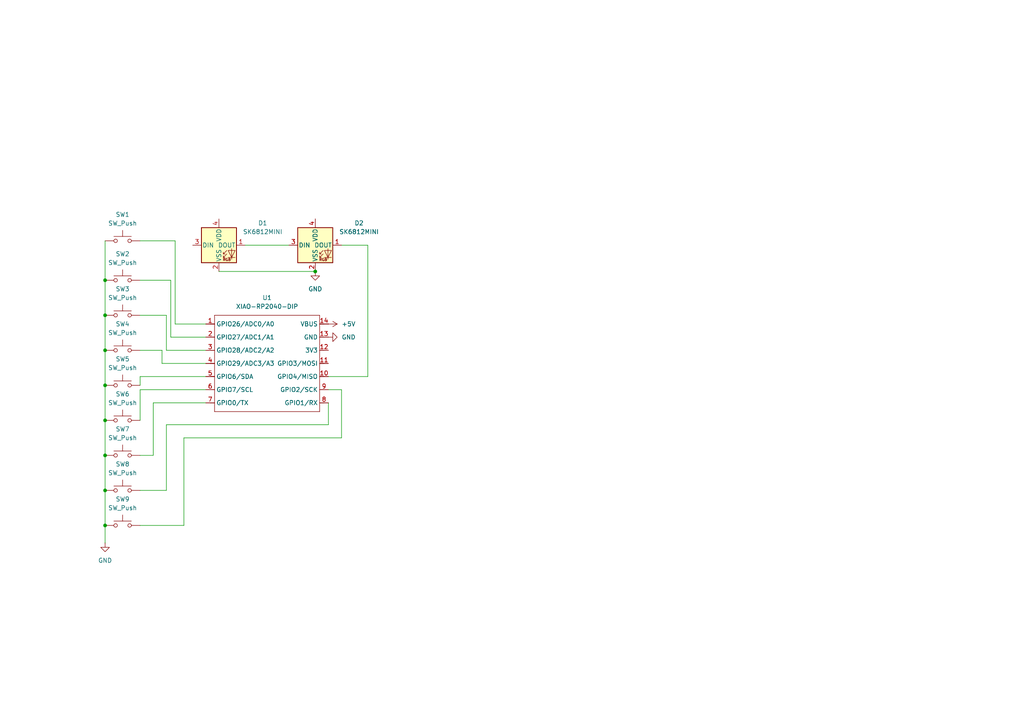
<source format=kicad_sch>
(kicad_sch
	(version 20250114)
	(generator "eeschema")
	(generator_version "9.0")
	(uuid "6b56bd29-7d2a-4c03-99e3-559642fef0c3")
	(paper "A4")
	(lib_symbols
		(symbol "LED:SK6812MINI"
			(pin_names
				(offset 0.254)
			)
			(exclude_from_sim no)
			(in_bom yes)
			(on_board yes)
			(property "Reference" "D"
				(at 5.08 5.715 0)
				(effects
					(font
						(size 1.27 1.27)
					)
					(justify right bottom)
				)
			)
			(property "Value" "SK6812MINI"
				(at 1.27 -5.715 0)
				(effects
					(font
						(size 1.27 1.27)
					)
					(justify left top)
				)
			)
			(property "Footprint" "LED_SMD:LED_SK6812MINI_PLCC4_3.5x3.5mm_P1.75mm"
				(at 1.27 -7.62 0)
				(effects
					(font
						(size 1.27 1.27)
					)
					(justify left top)
					(hide yes)
				)
			)
			(property "Datasheet" "https://cdn-shop.adafruit.com/product-files/2686/SK6812MINI_REV.01-1-2.pdf"
				(at 2.54 -9.525 0)
				(effects
					(font
						(size 1.27 1.27)
					)
					(justify left top)
					(hide yes)
				)
			)
			(property "Description" "RGB LED with integrated controller"
				(at 0 0 0)
				(effects
					(font
						(size 1.27 1.27)
					)
					(hide yes)
				)
			)
			(property "ki_keywords" "RGB LED NeoPixel Mini addressable"
				(at 0 0 0)
				(effects
					(font
						(size 1.27 1.27)
					)
					(hide yes)
				)
			)
			(property "ki_fp_filters" "LED*SK6812MINI*PLCC*3.5x3.5mm*P1.75mm*"
				(at 0 0 0)
				(effects
					(font
						(size 1.27 1.27)
					)
					(hide yes)
				)
			)
			(symbol "SK6812MINI_0_0"
				(text "RGB"
					(at 2.286 -4.191 0)
					(effects
						(font
							(size 0.762 0.762)
						)
					)
				)
			)
			(symbol "SK6812MINI_0_1"
				(polyline
					(pts
						(xy 1.27 -2.54) (xy 1.778 -2.54)
					)
					(stroke
						(width 0)
						(type default)
					)
					(fill
						(type none)
					)
				)
				(polyline
					(pts
						(xy 1.27 -3.556) (xy 1.778 -3.556)
					)
					(stroke
						(width 0)
						(type default)
					)
					(fill
						(type none)
					)
				)
				(polyline
					(pts
						(xy 2.286 -1.524) (xy 1.27 -2.54) (xy 1.27 -2.032)
					)
					(stroke
						(width 0)
						(type default)
					)
					(fill
						(type none)
					)
				)
				(polyline
					(pts
						(xy 2.286 -2.54) (xy 1.27 -3.556) (xy 1.27 -3.048)
					)
					(stroke
						(width 0)
						(type default)
					)
					(fill
						(type none)
					)
				)
				(polyline
					(pts
						(xy 3.683 -1.016) (xy 3.683 -3.556) (xy 3.683 -4.064)
					)
					(stroke
						(width 0)
						(type default)
					)
					(fill
						(type none)
					)
				)
				(polyline
					(pts
						(xy 4.699 -1.524) (xy 2.667 -1.524) (xy 3.683 -3.556) (xy 4.699 -1.524)
					)
					(stroke
						(width 0)
						(type default)
					)
					(fill
						(type none)
					)
				)
				(polyline
					(pts
						(xy 4.699 -3.556) (xy 2.667 -3.556)
					)
					(stroke
						(width 0)
						(type default)
					)
					(fill
						(type none)
					)
				)
				(rectangle
					(start 5.08 5.08)
					(end -5.08 -5.08)
					(stroke
						(width 0.254)
						(type default)
					)
					(fill
						(type background)
					)
				)
			)
			(symbol "SK6812MINI_1_1"
				(pin input line
					(at -7.62 0 0)
					(length 2.54)
					(name "DIN"
						(effects
							(font
								(size 1.27 1.27)
							)
						)
					)
					(number "3"
						(effects
							(font
								(size 1.27 1.27)
							)
						)
					)
				)
				(pin power_in line
					(at 0 7.62 270)
					(length 2.54)
					(name "VDD"
						(effects
							(font
								(size 1.27 1.27)
							)
						)
					)
					(number "4"
						(effects
							(font
								(size 1.27 1.27)
							)
						)
					)
				)
				(pin power_in line
					(at 0 -7.62 90)
					(length 2.54)
					(name "VSS"
						(effects
							(font
								(size 1.27 1.27)
							)
						)
					)
					(number "2"
						(effects
							(font
								(size 1.27 1.27)
							)
						)
					)
				)
				(pin output line
					(at 7.62 0 180)
					(length 2.54)
					(name "DOUT"
						(effects
							(font
								(size 1.27 1.27)
							)
						)
					)
					(number "1"
						(effects
							(font
								(size 1.27 1.27)
							)
						)
					)
				)
			)
			(embedded_fonts no)
		)
		(symbol "OPL:XIAO-RP2040-DIP"
			(exclude_from_sim no)
			(in_bom yes)
			(on_board yes)
			(property "Reference" "U"
				(at 0 0 0)
				(effects
					(font
						(size 1.27 1.27)
					)
				)
			)
			(property "Value" "XIAO-RP2040-DIP"
				(at 5.334 -1.778 0)
				(effects
					(font
						(size 1.27 1.27)
					)
				)
			)
			(property "Footprint" "Module:MOUDLE14P-XIAO-DIP-SMD"
				(at 14.478 -32.258 0)
				(effects
					(font
						(size 1.27 1.27)
					)
					(hide yes)
				)
			)
			(property "Datasheet" ""
				(at 0 0 0)
				(effects
					(font
						(size 1.27 1.27)
					)
					(hide yes)
				)
			)
			(property "Description" ""
				(at 0 0 0)
				(effects
					(font
						(size 1.27 1.27)
					)
					(hide yes)
				)
			)
			(symbol "XIAO-RP2040-DIP_1_0"
				(polyline
					(pts
						(xy -1.27 -2.54) (xy 29.21 -2.54)
					)
					(stroke
						(width 0.1524)
						(type solid)
					)
					(fill
						(type none)
					)
				)
				(polyline
					(pts
						(xy -1.27 -5.08) (xy -2.54 -5.08)
					)
					(stroke
						(width 0.1524)
						(type solid)
					)
					(fill
						(type none)
					)
				)
				(polyline
					(pts
						(xy -1.27 -5.08) (xy -1.27 -2.54)
					)
					(stroke
						(width 0.1524)
						(type solid)
					)
					(fill
						(type none)
					)
				)
				(polyline
					(pts
						(xy -1.27 -8.89) (xy -2.54 -8.89)
					)
					(stroke
						(width 0.1524)
						(type solid)
					)
					(fill
						(type none)
					)
				)
				(polyline
					(pts
						(xy -1.27 -8.89) (xy -1.27 -5.08)
					)
					(stroke
						(width 0.1524)
						(type solid)
					)
					(fill
						(type none)
					)
				)
				(polyline
					(pts
						(xy -1.27 -12.7) (xy -2.54 -12.7)
					)
					(stroke
						(width 0.1524)
						(type solid)
					)
					(fill
						(type none)
					)
				)
				(polyline
					(pts
						(xy -1.27 -12.7) (xy -1.27 -8.89)
					)
					(stroke
						(width 0.1524)
						(type solid)
					)
					(fill
						(type none)
					)
				)
				(polyline
					(pts
						(xy -1.27 -16.51) (xy -2.54 -16.51)
					)
					(stroke
						(width 0.1524)
						(type solid)
					)
					(fill
						(type none)
					)
				)
				(polyline
					(pts
						(xy -1.27 -16.51) (xy -1.27 -12.7)
					)
					(stroke
						(width 0.1524)
						(type solid)
					)
					(fill
						(type none)
					)
				)
				(polyline
					(pts
						(xy -1.27 -20.32) (xy -2.54 -20.32)
					)
					(stroke
						(width 0.1524)
						(type solid)
					)
					(fill
						(type none)
					)
				)
				(polyline
					(pts
						(xy -1.27 -24.13) (xy -2.54 -24.13)
					)
					(stroke
						(width 0.1524)
						(type solid)
					)
					(fill
						(type none)
					)
				)
				(polyline
					(pts
						(xy -1.27 -27.94) (xy -2.54 -27.94)
					)
					(stroke
						(width 0.1524)
						(type solid)
					)
					(fill
						(type none)
					)
				)
				(polyline
					(pts
						(xy -1.27 -30.48) (xy -1.27 -16.51)
					)
					(stroke
						(width 0.1524)
						(type solid)
					)
					(fill
						(type none)
					)
				)
				(polyline
					(pts
						(xy 29.21 -2.54) (xy 29.21 -5.08)
					)
					(stroke
						(width 0.1524)
						(type solid)
					)
					(fill
						(type none)
					)
				)
				(polyline
					(pts
						(xy 29.21 -5.08) (xy 29.21 -8.89)
					)
					(stroke
						(width 0.1524)
						(type solid)
					)
					(fill
						(type none)
					)
				)
				(polyline
					(pts
						(xy 29.21 -8.89) (xy 29.21 -12.7)
					)
					(stroke
						(width 0.1524)
						(type solid)
					)
					(fill
						(type none)
					)
				)
				(polyline
					(pts
						(xy 29.21 -12.7) (xy 29.21 -30.48)
					)
					(stroke
						(width 0.1524)
						(type solid)
					)
					(fill
						(type none)
					)
				)
				(polyline
					(pts
						(xy 29.21 -30.48) (xy -1.27 -30.48)
					)
					(stroke
						(width 0.1524)
						(type solid)
					)
					(fill
						(type none)
					)
				)
				(polyline
					(pts
						(xy 30.48 -5.08) (xy 29.21 -5.08)
					)
					(stroke
						(width 0.1524)
						(type solid)
					)
					(fill
						(type none)
					)
				)
				(polyline
					(pts
						(xy 30.48 -8.89) (xy 29.21 -8.89)
					)
					(stroke
						(width 0.1524)
						(type solid)
					)
					(fill
						(type none)
					)
				)
				(polyline
					(pts
						(xy 30.48 -12.7) (xy 29.21 -12.7)
					)
					(stroke
						(width 0.1524)
						(type solid)
					)
					(fill
						(type none)
					)
				)
				(polyline
					(pts
						(xy 30.48 -16.51) (xy 29.21 -16.51)
					)
					(stroke
						(width 0.1524)
						(type solid)
					)
					(fill
						(type none)
					)
				)
				(polyline
					(pts
						(xy 30.48 -20.32) (xy 29.21 -20.32)
					)
					(stroke
						(width 0.1524)
						(type solid)
					)
					(fill
						(type none)
					)
				)
				(polyline
					(pts
						(xy 30.48 -24.13) (xy 29.21 -24.13)
					)
					(stroke
						(width 0.1524)
						(type solid)
					)
					(fill
						(type none)
					)
				)
				(polyline
					(pts
						(xy 30.48 -27.94) (xy 29.21 -27.94)
					)
					(stroke
						(width 0.1524)
						(type solid)
					)
					(fill
						(type none)
					)
				)
				(pin passive line
					(at -3.81 -5.08 0)
					(length 2.54)
					(name "GPIO26/ADC0/A0"
						(effects
							(font
								(size 1.27 1.27)
							)
						)
					)
					(number "1"
						(effects
							(font
								(size 1.27 1.27)
							)
						)
					)
				)
				(pin passive line
					(at -3.81 -8.89 0)
					(length 2.54)
					(name "GPIO27/ADC1/A1"
						(effects
							(font
								(size 1.27 1.27)
							)
						)
					)
					(number "2"
						(effects
							(font
								(size 1.27 1.27)
							)
						)
					)
				)
				(pin passive line
					(at -3.81 -12.7 0)
					(length 2.54)
					(name "GPIO28/ADC2/A2"
						(effects
							(font
								(size 1.27 1.27)
							)
						)
					)
					(number "3"
						(effects
							(font
								(size 1.27 1.27)
							)
						)
					)
				)
				(pin passive line
					(at -3.81 -16.51 0)
					(length 2.54)
					(name "GPIO29/ADC3/A3"
						(effects
							(font
								(size 1.27 1.27)
							)
						)
					)
					(number "4"
						(effects
							(font
								(size 1.27 1.27)
							)
						)
					)
				)
				(pin passive line
					(at -3.81 -20.32 0)
					(length 2.54)
					(name "GPIO6/SDA"
						(effects
							(font
								(size 1.27 1.27)
							)
						)
					)
					(number "5"
						(effects
							(font
								(size 1.27 1.27)
							)
						)
					)
				)
				(pin passive line
					(at -3.81 -24.13 0)
					(length 2.54)
					(name "GPIO7/SCL"
						(effects
							(font
								(size 1.27 1.27)
							)
						)
					)
					(number "6"
						(effects
							(font
								(size 1.27 1.27)
							)
						)
					)
				)
				(pin passive line
					(at -3.81 -27.94 0)
					(length 2.54)
					(name "GPIO0/TX"
						(effects
							(font
								(size 1.27 1.27)
							)
						)
					)
					(number "7"
						(effects
							(font
								(size 1.27 1.27)
							)
						)
					)
				)
				(pin passive line
					(at 31.75 -5.08 180)
					(length 2.54)
					(name "VBUS"
						(effects
							(font
								(size 1.27 1.27)
							)
						)
					)
					(number "14"
						(effects
							(font
								(size 1.27 1.27)
							)
						)
					)
				)
				(pin passive line
					(at 31.75 -8.89 180)
					(length 2.54)
					(name "GND"
						(effects
							(font
								(size 1.27 1.27)
							)
						)
					)
					(number "13"
						(effects
							(font
								(size 1.27 1.27)
							)
						)
					)
				)
				(pin passive line
					(at 31.75 -12.7 180)
					(length 2.54)
					(name "3V3"
						(effects
							(font
								(size 1.27 1.27)
							)
						)
					)
					(number "12"
						(effects
							(font
								(size 1.27 1.27)
							)
						)
					)
				)
				(pin passive line
					(at 31.75 -16.51 180)
					(length 2.54)
					(name "GPIO3/MOSI"
						(effects
							(font
								(size 1.27 1.27)
							)
						)
					)
					(number "11"
						(effects
							(font
								(size 1.27 1.27)
							)
						)
					)
				)
				(pin passive line
					(at 31.75 -20.32 180)
					(length 2.54)
					(name "GPIO4/MISO"
						(effects
							(font
								(size 1.27 1.27)
							)
						)
					)
					(number "10"
						(effects
							(font
								(size 1.27 1.27)
							)
						)
					)
				)
				(pin passive line
					(at 31.75 -24.13 180)
					(length 2.54)
					(name "GPIO2/SCK"
						(effects
							(font
								(size 1.27 1.27)
							)
						)
					)
					(number "9"
						(effects
							(font
								(size 1.27 1.27)
							)
						)
					)
				)
				(pin passive line
					(at 31.75 -27.94 180)
					(length 2.54)
					(name "GPIO1/RX"
						(effects
							(font
								(size 1.27 1.27)
							)
						)
					)
					(number "8"
						(effects
							(font
								(size 1.27 1.27)
							)
						)
					)
				)
			)
			(embedded_fonts no)
		)
		(symbol "Switch:SW_Push"
			(pin_numbers
				(hide yes)
			)
			(pin_names
				(offset 1.016)
				(hide yes)
			)
			(exclude_from_sim no)
			(in_bom yes)
			(on_board yes)
			(property "Reference" "SW"
				(at 1.27 2.54 0)
				(effects
					(font
						(size 1.27 1.27)
					)
					(justify left)
				)
			)
			(property "Value" "SW_Push"
				(at 0 -1.524 0)
				(effects
					(font
						(size 1.27 1.27)
					)
				)
			)
			(property "Footprint" ""
				(at 0 5.08 0)
				(effects
					(font
						(size 1.27 1.27)
					)
					(hide yes)
				)
			)
			(property "Datasheet" "~"
				(at 0 5.08 0)
				(effects
					(font
						(size 1.27 1.27)
					)
					(hide yes)
				)
			)
			(property "Description" "Push button switch, generic, two pins"
				(at 0 0 0)
				(effects
					(font
						(size 1.27 1.27)
					)
					(hide yes)
				)
			)
			(property "ki_keywords" "switch normally-open pushbutton push-button"
				(at 0 0 0)
				(effects
					(font
						(size 1.27 1.27)
					)
					(hide yes)
				)
			)
			(symbol "SW_Push_0_1"
				(circle
					(center -2.032 0)
					(radius 0.508)
					(stroke
						(width 0)
						(type default)
					)
					(fill
						(type none)
					)
				)
				(polyline
					(pts
						(xy 0 1.27) (xy 0 3.048)
					)
					(stroke
						(width 0)
						(type default)
					)
					(fill
						(type none)
					)
				)
				(circle
					(center 2.032 0)
					(radius 0.508)
					(stroke
						(width 0)
						(type default)
					)
					(fill
						(type none)
					)
				)
				(polyline
					(pts
						(xy 2.54 1.27) (xy -2.54 1.27)
					)
					(stroke
						(width 0)
						(type default)
					)
					(fill
						(type none)
					)
				)
				(pin passive line
					(at -5.08 0 0)
					(length 2.54)
					(name "1"
						(effects
							(font
								(size 1.27 1.27)
							)
						)
					)
					(number "1"
						(effects
							(font
								(size 1.27 1.27)
							)
						)
					)
				)
				(pin passive line
					(at 5.08 0 180)
					(length 2.54)
					(name "2"
						(effects
							(font
								(size 1.27 1.27)
							)
						)
					)
					(number "2"
						(effects
							(font
								(size 1.27 1.27)
							)
						)
					)
				)
			)
			(embedded_fonts no)
		)
		(symbol "power:+5V"
			(power)
			(pin_numbers
				(hide yes)
			)
			(pin_names
				(offset 0)
				(hide yes)
			)
			(exclude_from_sim no)
			(in_bom yes)
			(on_board yes)
			(property "Reference" "#PWR"
				(at 0 -3.81 0)
				(effects
					(font
						(size 1.27 1.27)
					)
					(hide yes)
				)
			)
			(property "Value" "+5V"
				(at 0 3.556 0)
				(effects
					(font
						(size 1.27 1.27)
					)
				)
			)
			(property "Footprint" ""
				(at 0 0 0)
				(effects
					(font
						(size 1.27 1.27)
					)
					(hide yes)
				)
			)
			(property "Datasheet" ""
				(at 0 0 0)
				(effects
					(font
						(size 1.27 1.27)
					)
					(hide yes)
				)
			)
			(property "Description" "Power symbol creates a global label with name \"+5V\""
				(at 0 0 0)
				(effects
					(font
						(size 1.27 1.27)
					)
					(hide yes)
				)
			)
			(property "ki_keywords" "global power"
				(at 0 0 0)
				(effects
					(font
						(size 1.27 1.27)
					)
					(hide yes)
				)
			)
			(symbol "+5V_0_1"
				(polyline
					(pts
						(xy -0.762 1.27) (xy 0 2.54)
					)
					(stroke
						(width 0)
						(type default)
					)
					(fill
						(type none)
					)
				)
				(polyline
					(pts
						(xy 0 2.54) (xy 0.762 1.27)
					)
					(stroke
						(width 0)
						(type default)
					)
					(fill
						(type none)
					)
				)
				(polyline
					(pts
						(xy 0 0) (xy 0 2.54)
					)
					(stroke
						(width 0)
						(type default)
					)
					(fill
						(type none)
					)
				)
			)
			(symbol "+5V_1_1"
				(pin power_in line
					(at 0 0 90)
					(length 0)
					(name "~"
						(effects
							(font
								(size 1.27 1.27)
							)
						)
					)
					(number "1"
						(effects
							(font
								(size 1.27 1.27)
							)
						)
					)
				)
			)
			(embedded_fonts no)
		)
		(symbol "power:GND"
			(power)
			(pin_numbers
				(hide yes)
			)
			(pin_names
				(offset 0)
				(hide yes)
			)
			(exclude_from_sim no)
			(in_bom yes)
			(on_board yes)
			(property "Reference" "#PWR"
				(at 0 -6.35 0)
				(effects
					(font
						(size 1.27 1.27)
					)
					(hide yes)
				)
			)
			(property "Value" "GND"
				(at 0 -3.81 0)
				(effects
					(font
						(size 1.27 1.27)
					)
				)
			)
			(property "Footprint" ""
				(at 0 0 0)
				(effects
					(font
						(size 1.27 1.27)
					)
					(hide yes)
				)
			)
			(property "Datasheet" ""
				(at 0 0 0)
				(effects
					(font
						(size 1.27 1.27)
					)
					(hide yes)
				)
			)
			(property "Description" "Power symbol creates a global label with name \"GND\" , ground"
				(at 0 0 0)
				(effects
					(font
						(size 1.27 1.27)
					)
					(hide yes)
				)
			)
			(property "ki_keywords" "global power"
				(at 0 0 0)
				(effects
					(font
						(size 1.27 1.27)
					)
					(hide yes)
				)
			)
			(symbol "GND_0_1"
				(polyline
					(pts
						(xy 0 0) (xy 0 -1.27) (xy 1.27 -1.27) (xy 0 -2.54) (xy -1.27 -1.27) (xy 0 -1.27)
					)
					(stroke
						(width 0)
						(type default)
					)
					(fill
						(type none)
					)
				)
			)
			(symbol "GND_1_1"
				(pin power_in line
					(at 0 0 270)
					(length 0)
					(name "~"
						(effects
							(font
								(size 1.27 1.27)
							)
						)
					)
					(number "1"
						(effects
							(font
								(size 1.27 1.27)
							)
						)
					)
				)
			)
			(embedded_fonts no)
		)
	)
	(junction
		(at 30.48 81.28)
		(diameter 0)
		(color 0 0 0 0)
		(uuid "18252216-531e-4594-a202-8553b84e5edb")
	)
	(junction
		(at 30.48 111.76)
		(diameter 0)
		(color 0 0 0 0)
		(uuid "21b770d3-8e77-406f-bb05-1673bf2eba19")
	)
	(junction
		(at 30.48 152.4)
		(diameter 0)
		(color 0 0 0 0)
		(uuid "22da4e01-0efd-4c3b-a14d-f3c82f5a820d")
	)
	(junction
		(at 30.48 132.08)
		(diameter 0)
		(color 0 0 0 0)
		(uuid "4a2c71d7-bbee-4453-8b82-756ebb3d7565")
	)
	(junction
		(at 91.44 78.74)
		(diameter 0)
		(color 0 0 0 0)
		(uuid "655ef639-0a51-4d09-9acc-11031b2fc88e")
	)
	(junction
		(at 30.48 121.92)
		(diameter 0)
		(color 0 0 0 0)
		(uuid "b6f752fd-283b-407b-a283-359bbae77f52")
	)
	(junction
		(at 30.48 142.24)
		(diameter 0)
		(color 0 0 0 0)
		(uuid "b78465dd-0a34-4540-8021-a33369931872")
	)
	(junction
		(at 30.48 101.6)
		(diameter 0)
		(color 0 0 0 0)
		(uuid "b9ec3424-268d-46f0-a5d5-a433a0b463ed")
	)
	(junction
		(at 30.48 91.44)
		(diameter 0)
		(color 0 0 0 0)
		(uuid "e816761a-0877-4566-8e70-7ffb84d0cad9")
	)
	(wire
		(pts
			(xy 40.64 113.03) (xy 59.69 113.03)
		)
		(stroke
			(width 0)
			(type default)
		)
		(uuid "0b2b15e2-1ea8-4fe7-a8ac-033f97800250")
	)
	(wire
		(pts
			(xy 106.68 109.22) (xy 95.25 109.22)
		)
		(stroke
			(width 0)
			(type default)
		)
		(uuid "22db8677-612a-45fb-a54a-9efd4931d3a4")
	)
	(wire
		(pts
			(xy 30.48 69.85) (xy 30.48 81.28)
		)
		(stroke
			(width 0)
			(type default)
		)
		(uuid "278c180a-001d-424c-91d8-416df99e1469")
	)
	(wire
		(pts
			(xy 46.99 101.6) (xy 46.99 105.41)
		)
		(stroke
			(width 0)
			(type default)
		)
		(uuid "2a7f8884-6a01-48f0-8cb1-201131648ac6")
	)
	(wire
		(pts
			(xy 30.48 81.28) (xy 30.48 91.44)
		)
		(stroke
			(width 0)
			(type default)
		)
		(uuid "2cb336ca-660e-4150-bd35-6478b1fb9131")
	)
	(wire
		(pts
			(xy 49.53 81.28) (xy 40.64 81.28)
		)
		(stroke
			(width 0)
			(type default)
		)
		(uuid "3aec0a92-e38c-4119-b6d2-bf3dc99d4f9f")
	)
	(wire
		(pts
			(xy 30.48 91.44) (xy 30.48 101.6)
		)
		(stroke
			(width 0)
			(type default)
		)
		(uuid "3b65e223-80f2-4cb0-855a-b51ccdff2a3e")
	)
	(wire
		(pts
			(xy 71.12 71.12) (xy 83.82 71.12)
		)
		(stroke
			(width 0)
			(type default)
		)
		(uuid "3d9e6495-0f90-4d50-87e3-389a98536216")
	)
	(wire
		(pts
			(xy 53.34 127) (xy 99.06 127)
		)
		(stroke
			(width 0)
			(type default)
		)
		(uuid "3f345e55-26f6-4c44-8eaa-cbda51545a5a")
	)
	(wire
		(pts
			(xy 40.64 152.4) (xy 53.34 152.4)
		)
		(stroke
			(width 0)
			(type default)
		)
		(uuid "433c4793-311b-4a80-92a6-48a7b15f9ef8")
	)
	(wire
		(pts
			(xy 30.48 111.76) (xy 30.48 121.92)
		)
		(stroke
			(width 0)
			(type default)
		)
		(uuid "44a41cc3-fd79-4d04-85d8-c76df9c99b36")
	)
	(wire
		(pts
			(xy 48.26 91.44) (xy 48.26 101.6)
		)
		(stroke
			(width 0)
			(type default)
		)
		(uuid "476fd050-1364-44df-9184-d5f6d16309f6")
	)
	(wire
		(pts
			(xy 30.48 121.92) (xy 30.48 132.08)
		)
		(stroke
			(width 0)
			(type default)
		)
		(uuid "4d82045c-9a24-4317-82f5-ee45a6a2a359")
	)
	(wire
		(pts
			(xy 53.34 152.4) (xy 53.34 127)
		)
		(stroke
			(width 0)
			(type default)
		)
		(uuid "5661cf89-022e-47eb-b03f-c6958cb4b707")
	)
	(wire
		(pts
			(xy 44.45 132.08) (xy 44.45 116.84)
		)
		(stroke
			(width 0)
			(type default)
		)
		(uuid "5909469c-a46b-4b2d-b2f1-3a4e9851723c")
	)
	(wire
		(pts
			(xy 46.99 105.41) (xy 59.69 105.41)
		)
		(stroke
			(width 0)
			(type default)
		)
		(uuid "5c5e53b9-5a53-43d2-a137-39b3667b6711")
	)
	(wire
		(pts
			(xy 63.5 78.74) (xy 91.44 78.74)
		)
		(stroke
			(width 0)
			(type default)
		)
		(uuid "6240e573-b309-416f-90fe-2f4d405d3970")
	)
	(wire
		(pts
			(xy 40.64 91.44) (xy 48.26 91.44)
		)
		(stroke
			(width 0)
			(type default)
		)
		(uuid "65bd60ac-20ca-4496-bc7a-714f81be7866")
	)
	(wire
		(pts
			(xy 30.48 142.24) (xy 30.48 152.4)
		)
		(stroke
			(width 0)
			(type default)
		)
		(uuid "742fa131-a8ac-46db-80bb-97964468fcce")
	)
	(wire
		(pts
			(xy 50.8 69.85) (xy 50.8 93.98)
		)
		(stroke
			(width 0)
			(type default)
		)
		(uuid "7b8cb3f9-ce33-4509-8be5-f4fee71d96a7")
	)
	(wire
		(pts
			(xy 40.64 101.6) (xy 46.99 101.6)
		)
		(stroke
			(width 0)
			(type default)
		)
		(uuid "7e057ada-0664-4b6f-9923-0fe47cd2025a")
	)
	(wire
		(pts
			(xy 30.48 132.08) (xy 30.48 142.24)
		)
		(stroke
			(width 0)
			(type default)
		)
		(uuid "7e059bdc-6ca0-4e4a-8e3e-c76eb5bd9f49")
	)
	(wire
		(pts
			(xy 44.45 116.84) (xy 59.69 116.84)
		)
		(stroke
			(width 0)
			(type default)
		)
		(uuid "7e36bd7a-5403-402a-8db0-c7ade6452f3c")
	)
	(wire
		(pts
			(xy 99.06 71.12) (xy 106.68 71.12)
		)
		(stroke
			(width 0)
			(type default)
		)
		(uuid "a06ce0c8-4b22-4010-9a38-6e7b8d4e64d7")
	)
	(wire
		(pts
			(xy 49.53 97.79) (xy 49.53 81.28)
		)
		(stroke
			(width 0)
			(type default)
		)
		(uuid "a19e9fe2-5a7f-418c-80c8-e8dcd095f4d3")
	)
	(wire
		(pts
			(xy 48.26 101.6) (xy 59.69 101.6)
		)
		(stroke
			(width 0)
			(type default)
		)
		(uuid "a5680256-c47e-43d8-8339-72ae3875eabc")
	)
	(wire
		(pts
			(xy 50.8 93.98) (xy 59.69 93.98)
		)
		(stroke
			(width 0)
			(type default)
		)
		(uuid "b2be753b-c468-4d68-8519-19504fdfc827")
	)
	(wire
		(pts
			(xy 40.64 121.92) (xy 40.64 113.03)
		)
		(stroke
			(width 0)
			(type default)
		)
		(uuid "b3ae7894-7ff9-439f-9389-c8f932526284")
	)
	(wire
		(pts
			(xy 95.25 123.19) (xy 48.26 123.19)
		)
		(stroke
			(width 0)
			(type default)
		)
		(uuid "b629741f-b926-4dd7-8f51-a3669e4c73b2")
	)
	(wire
		(pts
			(xy 30.48 152.4) (xy 30.48 157.48)
		)
		(stroke
			(width 0)
			(type default)
		)
		(uuid "b761fd80-a388-46e3-b245-815fd8ee9c67")
	)
	(wire
		(pts
			(xy 95.25 116.84) (xy 95.25 123.19)
		)
		(stroke
			(width 0)
			(type default)
		)
		(uuid "bb114c2a-21a1-494f-bed8-b5e337e1e302")
	)
	(wire
		(pts
			(xy 99.06 113.03) (xy 95.25 113.03)
		)
		(stroke
			(width 0)
			(type default)
		)
		(uuid "c25c513e-c7a8-4620-b1be-e6e2289fa8a0")
	)
	(wire
		(pts
			(xy 59.69 97.79) (xy 49.53 97.79)
		)
		(stroke
			(width 0)
			(type default)
		)
		(uuid "cccdbdcf-4674-4c84-9894-d227f1a2304a")
	)
	(wire
		(pts
			(xy 99.06 127) (xy 99.06 113.03)
		)
		(stroke
			(width 0)
			(type default)
		)
		(uuid "d155c678-1f8f-461a-b5ed-1516e667042a")
	)
	(wire
		(pts
			(xy 40.64 132.08) (xy 44.45 132.08)
		)
		(stroke
			(width 0)
			(type default)
		)
		(uuid "d8a8af95-64c8-4ec4-b40e-87695131c951")
	)
	(wire
		(pts
			(xy 40.64 111.76) (xy 40.64 109.22)
		)
		(stroke
			(width 0)
			(type default)
		)
		(uuid "de6b9e4c-a714-488f-a270-aff7bf1bae8e")
	)
	(wire
		(pts
			(xy 40.64 109.22) (xy 59.69 109.22)
		)
		(stroke
			(width 0)
			(type default)
		)
		(uuid "e05eb4fa-4c9e-42cd-b6d0-4aa1b36a9ccc")
	)
	(wire
		(pts
			(xy 48.26 123.19) (xy 48.26 142.24)
		)
		(stroke
			(width 0)
			(type default)
		)
		(uuid "e12a9421-bf5d-4170-a1e9-f251ac636b8d")
	)
	(wire
		(pts
			(xy 40.64 69.85) (xy 50.8 69.85)
		)
		(stroke
			(width 0)
			(type default)
		)
		(uuid "e6ae67c0-525c-469f-a7df-375cd50ffc8e")
	)
	(wire
		(pts
			(xy 48.26 142.24) (xy 40.64 142.24)
		)
		(stroke
			(width 0)
			(type default)
		)
		(uuid "ea32dc06-288d-44a9-81ba-2e00551ac0f9")
	)
	(wire
		(pts
			(xy 106.68 71.12) (xy 106.68 109.22)
		)
		(stroke
			(width 0)
			(type default)
		)
		(uuid "ef4c44b0-83de-4e41-a119-539c03df306e")
	)
	(wire
		(pts
			(xy 30.48 101.6) (xy 30.48 111.76)
		)
		(stroke
			(width 0)
			(type default)
		)
		(uuid "fe3dc092-ecf9-401f-ae80-eac104645477")
	)
	(symbol
		(lib_id "Switch:SW_Push")
		(at 35.56 101.6 0)
		(unit 1)
		(exclude_from_sim no)
		(in_bom yes)
		(on_board yes)
		(dnp no)
		(fields_autoplaced yes)
		(uuid "020cf775-8107-4eaa-b192-a7f4fa8d6722")
		(property "Reference" "SW4"
			(at 35.56 93.98 0)
			(effects
				(font
					(size 1.27 1.27)
				)
			)
		)
		(property "Value" "SW_Push"
			(at 35.56 96.52 0)
			(effects
				(font
					(size 1.27 1.27)
				)
			)
		)
		(property "Footprint" "Button_Switch_Keyboard:SW_Cherry_MX_1.00u_PCB"
			(at 35.56 96.52 0)
			(effects
				(font
					(size 1.27 1.27)
				)
				(hide yes)
			)
		)
		(property "Datasheet" "~"
			(at 35.56 96.52 0)
			(effects
				(font
					(size 1.27 1.27)
				)
				(hide yes)
			)
		)
		(property "Description" "Push button switch, generic, two pins"
			(at 35.56 101.6 0)
			(effects
				(font
					(size 1.27 1.27)
				)
				(hide yes)
			)
		)
		(pin "1"
			(uuid "144fb00d-f76c-4300-88f0-657c79d1e02d")
		)
		(pin "2"
			(uuid "85d9adc3-8bbe-409f-8ae0-fdad96566386")
		)
		(instances
			(project ""
				(path "/6b56bd29-7d2a-4c03-99e3-559642fef0c3"
					(reference "SW4")
					(unit 1)
				)
			)
		)
	)
	(symbol
		(lib_id "Switch:SW_Push")
		(at 35.56 81.28 0)
		(unit 1)
		(exclude_from_sim no)
		(in_bom yes)
		(on_board yes)
		(dnp no)
		(fields_autoplaced yes)
		(uuid "2c36202e-d7c6-4425-b68e-61f29ed4d3e4")
		(property "Reference" "SW2"
			(at 35.56 73.66 0)
			(effects
				(font
					(size 1.27 1.27)
				)
			)
		)
		(property "Value" "SW_Push"
			(at 35.56 76.2 0)
			(effects
				(font
					(size 1.27 1.27)
				)
			)
		)
		(property "Footprint" "Button_Switch_Keyboard:SW_Cherry_MX_1.00u_PCB"
			(at 35.56 76.2 0)
			(effects
				(font
					(size 1.27 1.27)
				)
				(hide yes)
			)
		)
		(property "Datasheet" "~"
			(at 35.56 76.2 0)
			(effects
				(font
					(size 1.27 1.27)
				)
				(hide yes)
			)
		)
		(property "Description" "Push button switch, generic, two pins"
			(at 35.56 81.28 0)
			(effects
				(font
					(size 1.27 1.27)
				)
				(hide yes)
			)
		)
		(pin "1"
			(uuid "5caf98ad-2bca-4cf2-a0a5-33e720ca7bac")
		)
		(pin "2"
			(uuid "4ec71bef-0525-473b-8d86-e6713dfaaf9c")
		)
		(instances
			(project ""
				(path "/6b56bd29-7d2a-4c03-99e3-559642fef0c3"
					(reference "SW2")
					(unit 1)
				)
			)
		)
	)
	(symbol
		(lib_id "Switch:SW_Push")
		(at 35.56 152.4 0)
		(unit 1)
		(exclude_from_sim no)
		(in_bom yes)
		(on_board yes)
		(dnp no)
		(uuid "3ed7b9de-1d7d-4ecc-bea4-dc14bdf2908a")
		(property "Reference" "SW9"
			(at 35.56 144.78 0)
			(effects
				(font
					(size 1.27 1.27)
				)
			)
		)
		(property "Value" "SW_Push"
			(at 35.56 147.32 0)
			(effects
				(font
					(size 1.27 1.27)
				)
			)
		)
		(property "Footprint" "Button_Switch_Keyboard:SW_Cherry_MX_1.00u_PCB"
			(at 35.56 147.32 0)
			(effects
				(font
					(size 1.27 1.27)
				)
				(hide yes)
			)
		)
		(property "Datasheet" "~"
			(at 35.56 147.32 0)
			(effects
				(font
					(size 1.27 1.27)
				)
				(hide yes)
			)
		)
		(property "Description" "Push button switch, generic, two pins"
			(at 35.56 152.4 0)
			(effects
				(font
					(size 1.27 1.27)
				)
				(hide yes)
			)
		)
		(pin "1"
			(uuid "7ce77c62-c3c9-4acd-b20c-d390f63a4429")
		)
		(pin "2"
			(uuid "19c29b5f-d585-40f6-88b7-48c40be502eb")
		)
		(instances
			(project ""
				(path "/6b56bd29-7d2a-4c03-99e3-559642fef0c3"
					(reference "SW9")
					(unit 1)
				)
			)
		)
	)
	(symbol
		(lib_id "LED:SK6812MINI")
		(at 63.5 71.12 0)
		(unit 1)
		(exclude_from_sim no)
		(in_bom yes)
		(on_board yes)
		(dnp no)
		(fields_autoplaced yes)
		(uuid "3fe52793-e6a9-45b0-afb2-c647d97daf4d")
		(property "Reference" "D1"
			(at 76.2 64.6998 0)
			(effects
				(font
					(size 1.27 1.27)
				)
			)
		)
		(property "Value" "SK6812MINI"
			(at 76.2 67.2398 0)
			(effects
				(font
					(size 1.27 1.27)
				)
			)
		)
		(property "Footprint" "LED_SMD:LED_SK6812MINI_PLCC4_3.5x3.5mm_P1.75mm"
			(at 64.77 78.74 0)
			(effects
				(font
					(size 1.27 1.27)
				)
				(justify left top)
				(hide yes)
			)
		)
		(property "Datasheet" "https://cdn-shop.adafruit.com/product-files/2686/SK6812MINI_REV.01-1-2.pdf"
			(at 66.04 80.645 0)
			(effects
				(font
					(size 1.27 1.27)
				)
				(justify left top)
				(hide yes)
			)
		)
		(property "Description" "RGB LED with integrated controller"
			(at 63.5 71.12 0)
			(effects
				(font
					(size 1.27 1.27)
				)
				(hide yes)
			)
		)
		(pin "3"
			(uuid "5b718eb6-c2ce-4fee-bac0-74afce55f7da")
		)
		(pin "1"
			(uuid "fc7b29b7-a4c0-472c-8830-a0ed7601ce08")
		)
		(pin "4"
			(uuid "e1686561-cfe8-4b3b-aca6-c06956fa17bb")
		)
		(pin "2"
			(uuid "785fc2ec-f579-43d6-b764-7a1151a231d8")
		)
		(instances
			(project ""
				(path "/6b56bd29-7d2a-4c03-99e3-559642fef0c3"
					(reference "D1")
					(unit 1)
				)
			)
		)
	)
	(symbol
		(lib_id "power:GND")
		(at 30.48 157.48 0)
		(unit 1)
		(exclude_from_sim no)
		(in_bom yes)
		(on_board yes)
		(dnp no)
		(fields_autoplaced yes)
		(uuid "4979434d-d713-4518-8af3-81a20d6921df")
		(property "Reference" "#PWR01"
			(at 30.48 163.83 0)
			(effects
				(font
					(size 1.27 1.27)
				)
				(hide yes)
			)
		)
		(property "Value" "GND"
			(at 30.48 162.56 0)
			(effects
				(font
					(size 1.27 1.27)
				)
			)
		)
		(property "Footprint" ""
			(at 30.48 157.48 0)
			(effects
				(font
					(size 1.27 1.27)
				)
				(hide yes)
			)
		)
		(property "Datasheet" ""
			(at 30.48 157.48 0)
			(effects
				(font
					(size 1.27 1.27)
				)
				(hide yes)
			)
		)
		(property "Description" "Power symbol creates a global label with name \"GND\" , ground"
			(at 30.48 157.48 0)
			(effects
				(font
					(size 1.27 1.27)
				)
				(hide yes)
			)
		)
		(pin "1"
			(uuid "3d98e88b-6b9e-4946-aa74-f2c805fd6b29")
		)
		(instances
			(project ""
				(path "/6b56bd29-7d2a-4c03-99e3-559642fef0c3"
					(reference "#PWR01")
					(unit 1)
				)
			)
		)
	)
	(symbol
		(lib_id "Switch:SW_Push")
		(at 35.56 111.76 0)
		(unit 1)
		(exclude_from_sim no)
		(in_bom yes)
		(on_board yes)
		(dnp no)
		(fields_autoplaced yes)
		(uuid "4a32526c-c27c-444f-bba3-7f2f879b28cd")
		(property "Reference" "SW5"
			(at 35.56 104.14 0)
			(effects
				(font
					(size 1.27 1.27)
				)
			)
		)
		(property "Value" "SW_Push"
			(at 35.56 106.68 0)
			(effects
				(font
					(size 1.27 1.27)
				)
			)
		)
		(property "Footprint" "Button_Switch_Keyboard:SW_Cherry_MX_1.00u_PCB"
			(at 35.56 106.68 0)
			(effects
				(font
					(size 1.27 1.27)
				)
				(hide yes)
			)
		)
		(property "Datasheet" "~"
			(at 35.56 106.68 0)
			(effects
				(font
					(size 1.27 1.27)
				)
				(hide yes)
			)
		)
		(property "Description" "Push button switch, generic, two pins"
			(at 35.56 111.76 0)
			(effects
				(font
					(size 1.27 1.27)
				)
				(hide yes)
			)
		)
		(pin "2"
			(uuid "26e6c549-9750-447a-b8ac-4d69706f351a")
		)
		(pin "1"
			(uuid "044701a5-ced9-400a-af6a-de84b9fb31d7")
		)
		(instances
			(project ""
				(path "/6b56bd29-7d2a-4c03-99e3-559642fef0c3"
					(reference "SW5")
					(unit 1)
				)
			)
		)
	)
	(symbol
		(lib_id "power:GND")
		(at 95.25 97.79 90)
		(unit 1)
		(exclude_from_sim no)
		(in_bom yes)
		(on_board yes)
		(dnp no)
		(fields_autoplaced yes)
		(uuid "57a00878-09b6-4ebb-8bd5-1379d00c938d")
		(property "Reference" "#PWR03"
			(at 101.6 97.79 0)
			(effects
				(font
					(size 1.27 1.27)
				)
				(hide yes)
			)
		)
		(property "Value" "GND"
			(at 99.06 97.7899 90)
			(effects
				(font
					(size 1.27 1.27)
				)
				(justify right)
			)
		)
		(property "Footprint" ""
			(at 95.25 97.79 0)
			(effects
				(font
					(size 1.27 1.27)
				)
				(hide yes)
			)
		)
		(property "Datasheet" ""
			(at 95.25 97.79 0)
			(effects
				(font
					(size 1.27 1.27)
				)
				(hide yes)
			)
		)
		(property "Description" "Power symbol creates a global label with name \"GND\" , ground"
			(at 95.25 97.79 0)
			(effects
				(font
					(size 1.27 1.27)
				)
				(hide yes)
			)
		)
		(pin "1"
			(uuid "798dc1c0-8305-4f59-afd3-6e9e1d242d3e")
		)
		(instances
			(project ""
				(path "/6b56bd29-7d2a-4c03-99e3-559642fef0c3"
					(reference "#PWR03")
					(unit 1)
				)
			)
		)
	)
	(symbol
		(lib_id "power:GND")
		(at 91.44 78.74 0)
		(unit 1)
		(exclude_from_sim no)
		(in_bom yes)
		(on_board yes)
		(dnp no)
		(fields_autoplaced yes)
		(uuid "623e1c25-6df8-42fd-918e-d32f0f48c68f")
		(property "Reference" "#PWR02"
			(at 91.44 85.09 0)
			(effects
				(font
					(size 1.27 1.27)
				)
				(hide yes)
			)
		)
		(property "Value" "GND"
			(at 91.44 83.82 0)
			(effects
				(font
					(size 1.27 1.27)
				)
			)
		)
		(property "Footprint" ""
			(at 91.44 78.74 0)
			(effects
				(font
					(size 1.27 1.27)
				)
				(hide yes)
			)
		)
		(property "Datasheet" ""
			(at 91.44 78.74 0)
			(effects
				(font
					(size 1.27 1.27)
				)
				(hide yes)
			)
		)
		(property "Description" "Power symbol creates a global label with name \"GND\" , ground"
			(at 91.44 78.74 0)
			(effects
				(font
					(size 1.27 1.27)
				)
				(hide yes)
			)
		)
		(pin "1"
			(uuid "798dc1c0-8305-4f59-afd3-6e9e1d242d3f")
		)
		(instances
			(project ""
				(path "/6b56bd29-7d2a-4c03-99e3-559642fef0c3"
					(reference "#PWR02")
					(unit 1)
				)
			)
		)
	)
	(symbol
		(lib_id "power:+5V")
		(at 95.25 93.98 270)
		(unit 1)
		(exclude_from_sim no)
		(in_bom yes)
		(on_board yes)
		(dnp no)
		(fields_autoplaced yes)
		(uuid "918a0dea-a94e-405a-9e15-5d58659c7923")
		(property "Reference" "#PWR04"
			(at 91.44 93.98 0)
			(effects
				(font
					(size 1.27 1.27)
				)
				(hide yes)
			)
		)
		(property "Value" "+5V"
			(at 99.06 93.9799 90)
			(effects
				(font
					(size 1.27 1.27)
				)
				(justify left)
			)
		)
		(property "Footprint" ""
			(at 95.25 93.98 0)
			(effects
				(font
					(size 1.27 1.27)
				)
				(hide yes)
			)
		)
		(property "Datasheet" ""
			(at 95.25 93.98 0)
			(effects
				(font
					(size 1.27 1.27)
				)
				(hide yes)
			)
		)
		(property "Description" "Power symbol creates a global label with name \"+5V\""
			(at 95.25 93.98 0)
			(effects
				(font
					(size 1.27 1.27)
				)
				(hide yes)
			)
		)
		(pin "1"
			(uuid "40031722-97ad-4103-b3e0-28c70fd6df10")
		)
		(instances
			(project ""
				(path "/6b56bd29-7d2a-4c03-99e3-559642fef0c3"
					(reference "#PWR04")
					(unit 1)
				)
			)
		)
	)
	(symbol
		(lib_id "LED:SK6812MINI")
		(at 91.44 71.12 0)
		(unit 1)
		(exclude_from_sim no)
		(in_bom yes)
		(on_board yes)
		(dnp no)
		(fields_autoplaced yes)
		(uuid "931d36fa-4cf1-4902-b0db-9bcefeb71940")
		(property "Reference" "D2"
			(at 104.14 64.6998 0)
			(effects
				(font
					(size 1.27 1.27)
				)
			)
		)
		(property "Value" "SK6812MINI"
			(at 104.14 67.2398 0)
			(effects
				(font
					(size 1.27 1.27)
				)
			)
		)
		(property "Footprint" "LED_SMD:LED_SK6812MINI_PLCC4_3.5x3.5mm_P1.75mm"
			(at 92.71 78.74 0)
			(effects
				(font
					(size 1.27 1.27)
				)
				(justify left top)
				(hide yes)
			)
		)
		(property "Datasheet" "https://cdn-shop.adafruit.com/product-files/2686/SK6812MINI_REV.01-1-2.pdf"
			(at 93.98 80.645 0)
			(effects
				(font
					(size 1.27 1.27)
				)
				(justify left top)
				(hide yes)
			)
		)
		(property "Description" "RGB LED with integrated controller"
			(at 91.44 71.12 0)
			(effects
				(font
					(size 1.27 1.27)
				)
				(hide yes)
			)
		)
		(pin "3"
			(uuid "5b718eb6-c2ce-4fee-bac0-74afce55f7db")
		)
		(pin "1"
			(uuid "fc7b29b7-a4c0-472c-8830-a0ed7601ce09")
		)
		(pin "4"
			(uuid "e1686561-cfe8-4b3b-aca6-c06956fa17bc")
		)
		(pin "2"
			(uuid "785fc2ec-f579-43d6-b764-7a1151a231d9")
		)
		(instances
			(project ""
				(path "/6b56bd29-7d2a-4c03-99e3-559642fef0c3"
					(reference "D2")
					(unit 1)
				)
			)
		)
	)
	(symbol
		(lib_id "Switch:SW_Push")
		(at 35.56 142.24 0)
		(unit 1)
		(exclude_from_sim no)
		(in_bom yes)
		(on_board yes)
		(dnp no)
		(fields_autoplaced yes)
		(uuid "9506976a-4902-4539-95a6-eeb6974fcaa4")
		(property "Reference" "SW8"
			(at 35.56 134.62 0)
			(effects
				(font
					(size 1.27 1.27)
				)
			)
		)
		(property "Value" "SW_Push"
			(at 35.56 137.16 0)
			(effects
				(font
					(size 1.27 1.27)
				)
			)
		)
		(property "Footprint" "Button_Switch_Keyboard:SW_Cherry_MX_1.00u_PCB"
			(at 35.56 137.16 0)
			(effects
				(font
					(size 1.27 1.27)
				)
				(hide yes)
			)
		)
		(property "Datasheet" "~"
			(at 35.56 137.16 0)
			(effects
				(font
					(size 1.27 1.27)
				)
				(hide yes)
			)
		)
		(property "Description" "Push button switch, generic, two pins"
			(at 35.56 142.24 0)
			(effects
				(font
					(size 1.27 1.27)
				)
				(hide yes)
			)
		)
		(pin "1"
			(uuid "7ce77c62-c3c9-4acd-b20c-d390f63a442a")
		)
		(pin "2"
			(uuid "19c29b5f-d585-40f6-88b7-48c40be502ec")
		)
		(instances
			(project ""
				(path "/6b56bd29-7d2a-4c03-99e3-559642fef0c3"
					(reference "SW8")
					(unit 1)
				)
			)
		)
	)
	(symbol
		(lib_id "OPL:XIAO-RP2040-DIP")
		(at 63.5 88.9 0)
		(unit 1)
		(exclude_from_sim no)
		(in_bom yes)
		(on_board yes)
		(dnp no)
		(fields_autoplaced yes)
		(uuid "96055571-90a8-4bfb-a78c-e3dadf7abd31")
		(property "Reference" "U1"
			(at 77.47 86.36 0)
			(effects
				(font
					(size 1.27 1.27)
				)
			)
		)
		(property "Value" "XIAO-RP2040-DIP"
			(at 77.47 88.9 0)
			(effects
				(font
					(size 1.27 1.27)
				)
			)
		)
		(property "Footprint" "OPL:XIAO-RP2040-DIP"
			(at 77.978 121.158 0)
			(effects
				(font
					(size 1.27 1.27)
				)
				(hide yes)
			)
		)
		(property "Datasheet" ""
			(at 63.5 88.9 0)
			(effects
				(font
					(size 1.27 1.27)
				)
				(hide yes)
			)
		)
		(property "Description" ""
			(at 63.5 88.9 0)
			(effects
				(font
					(size 1.27 1.27)
				)
				(hide yes)
			)
		)
		(pin "2"
			(uuid "a1c97988-d9e4-401b-9bc8-a4d723410489")
		)
		(pin "1"
			(uuid "9407ab84-d9de-40e8-8274-c444063f7092")
		)
		(pin "13"
			(uuid "d084fd87-6a2c-47e2-adbe-e9cc61f10a8a")
		)
		(pin "5"
			(uuid "58bc67df-505e-40c1-84d9-6217f066ee24")
		)
		(pin "4"
			(uuid "b1d736fe-2fb2-4d94-9a56-49b397648b75")
		)
		(pin "6"
			(uuid "5f6946c3-e22b-4474-9c2c-e4a0632a6790")
		)
		(pin "3"
			(uuid "90ae22a4-641b-440e-8174-97b5d83985d5")
		)
		(pin "7"
			(uuid "317b9783-1ed1-4f72-9055-6699f93c5953")
		)
		(pin "14"
			(uuid "5ac4457f-7155-4313-abad-52b04a85e4d3")
		)
		(pin "11"
			(uuid "123e0e35-6e20-42f2-a04a-1fb67cb6c735")
		)
		(pin "10"
			(uuid "0d4bdb19-5a6a-4280-b124-6b050bca9faf")
		)
		(pin "9"
			(uuid "bcb36248-3cb2-4c61-836a-895ccd142063")
		)
		(pin "8"
			(uuid "6f114b30-2f56-44c6-9481-c6e5367082a8")
		)
		(pin "12"
			(uuid "5f8abdb4-04ba-4d3a-96db-c656eef718f1")
		)
		(instances
			(project ""
				(path "/6b56bd29-7d2a-4c03-99e3-559642fef0c3"
					(reference "U1")
					(unit 1)
				)
			)
		)
	)
	(symbol
		(lib_id "Switch:SW_Push")
		(at 35.56 121.92 0)
		(unit 1)
		(exclude_from_sim no)
		(in_bom yes)
		(on_board yes)
		(dnp no)
		(fields_autoplaced yes)
		(uuid "9e308d34-ee67-44fb-a5f5-627c33d8d33c")
		(property "Reference" "SW6"
			(at 35.56 114.3 0)
			(effects
				(font
					(size 1.27 1.27)
				)
			)
		)
		(property "Value" "SW_Push"
			(at 35.56 116.84 0)
			(effects
				(font
					(size 1.27 1.27)
				)
			)
		)
		(property "Footprint" "Button_Switch_Keyboard:SW_Cherry_MX_1.00u_PCB"
			(at 35.56 116.84 0)
			(effects
				(font
					(size 1.27 1.27)
				)
				(hide yes)
			)
		)
		(property "Datasheet" "~"
			(at 35.56 116.84 0)
			(effects
				(font
					(size 1.27 1.27)
				)
				(hide yes)
			)
		)
		(property "Description" "Push button switch, generic, two pins"
			(at 35.56 121.92 0)
			(effects
				(font
					(size 1.27 1.27)
				)
				(hide yes)
			)
		)
		(pin "1"
			(uuid "7ce77c62-c3c9-4acd-b20c-d390f63a442b")
		)
		(pin "2"
			(uuid "19c29b5f-d585-40f6-88b7-48c40be502ed")
		)
		(instances
			(project ""
				(path "/6b56bd29-7d2a-4c03-99e3-559642fef0c3"
					(reference "SW6")
					(unit 1)
				)
			)
		)
	)
	(symbol
		(lib_id "Switch:SW_Push")
		(at 35.56 132.08 0)
		(unit 1)
		(exclude_from_sim no)
		(in_bom yes)
		(on_board yes)
		(dnp no)
		(fields_autoplaced yes)
		(uuid "9e85748c-fdd0-424c-bc64-600ee8fccd69")
		(property "Reference" "SW7"
			(at 35.56 124.46 0)
			(effects
				(font
					(size 1.27 1.27)
				)
			)
		)
		(property "Value" "SW_Push"
			(at 35.56 127 0)
			(effects
				(font
					(size 1.27 1.27)
				)
			)
		)
		(property "Footprint" "Button_Switch_Keyboard:SW_Cherry_MX_1.00u_PCB"
			(at 35.56 127 0)
			(effects
				(font
					(size 1.27 1.27)
				)
				(hide yes)
			)
		)
		(property "Datasheet" "~"
			(at 35.56 127 0)
			(effects
				(font
					(size 1.27 1.27)
				)
				(hide yes)
			)
		)
		(property "Description" "Push button switch, generic, two pins"
			(at 35.56 132.08 0)
			(effects
				(font
					(size 1.27 1.27)
				)
				(hide yes)
			)
		)
		(pin "1"
			(uuid "7ce77c62-c3c9-4acd-b20c-d390f63a442c")
		)
		(pin "2"
			(uuid "19c29b5f-d585-40f6-88b7-48c40be502ee")
		)
		(instances
			(project ""
				(path "/6b56bd29-7d2a-4c03-99e3-559642fef0c3"
					(reference "SW7")
					(unit 1)
				)
			)
		)
	)
	(symbol
		(lib_id "Switch:SW_Push")
		(at 35.56 91.44 0)
		(unit 1)
		(exclude_from_sim no)
		(in_bom yes)
		(on_board yes)
		(dnp no)
		(fields_autoplaced yes)
		(uuid "a6a688ec-0d18-4811-9433-a7d74c6b5efd")
		(property "Reference" "SW3"
			(at 35.56 83.82 0)
			(effects
				(font
					(size 1.27 1.27)
				)
			)
		)
		(property "Value" "SW_Push"
			(at 35.56 86.36 0)
			(effects
				(font
					(size 1.27 1.27)
				)
			)
		)
		(property "Footprint" "Button_Switch_Keyboard:SW_Cherry_MX_1.00u_PCB"
			(at 35.56 86.36 0)
			(effects
				(font
					(size 1.27 1.27)
				)
				(hide yes)
			)
		)
		(property "Datasheet" "~"
			(at 35.56 86.36 0)
			(effects
				(font
					(size 1.27 1.27)
				)
				(hide yes)
			)
		)
		(property "Description" "Push button switch, generic, two pins"
			(at 35.56 91.44 0)
			(effects
				(font
					(size 1.27 1.27)
				)
				(hide yes)
			)
		)
		(pin "1"
			(uuid "3bf2115c-7bd3-4703-bfcd-cbf7d8cf2f68")
		)
		(pin "2"
			(uuid "19cfa1d5-b796-40dc-a36e-5439b2ebb74c")
		)
		(instances
			(project ""
				(path "/6b56bd29-7d2a-4c03-99e3-559642fef0c3"
					(reference "SW3")
					(unit 1)
				)
			)
		)
	)
	(symbol
		(lib_id "Switch:SW_Push")
		(at 35.56 69.85 0)
		(unit 1)
		(exclude_from_sim no)
		(in_bom yes)
		(on_board yes)
		(dnp no)
		(fields_autoplaced yes)
		(uuid "db1b1815-af7e-478b-b84b-3abf228daa7e")
		(property "Reference" "SW1"
			(at 35.56 62.23 0)
			(effects
				(font
					(size 1.27 1.27)
				)
			)
		)
		(property "Value" "SW_Push"
			(at 35.56 64.77 0)
			(effects
				(font
					(size 1.27 1.27)
				)
			)
		)
		(property "Footprint" "Button_Switch_Keyboard:SW_Cherry_MX_1.00u_PCB"
			(at 35.56 64.77 0)
			(effects
				(font
					(size 1.27 1.27)
				)
				(hide yes)
			)
		)
		(property "Datasheet" "~"
			(at 35.56 64.77 0)
			(effects
				(font
					(size 1.27 1.27)
				)
				(hide yes)
			)
		)
		(property "Description" "Push button switch, generic, two pins"
			(at 35.56 69.85 0)
			(effects
				(font
					(size 1.27 1.27)
				)
				(hide yes)
			)
		)
		(pin "1"
			(uuid "e7f83c97-58d4-411b-92fb-b1b17ef09bda")
		)
		(pin "2"
			(uuid "26696733-f1b6-4187-9e35-07d46558c3b5")
		)
		(instances
			(project ""
				(path "/6b56bd29-7d2a-4c03-99e3-559642fef0c3"
					(reference "SW1")
					(unit 1)
				)
			)
		)
	)
	(sheet_instances
		(path "/"
			(page "1")
		)
	)
	(embedded_fonts no)
)

</source>
